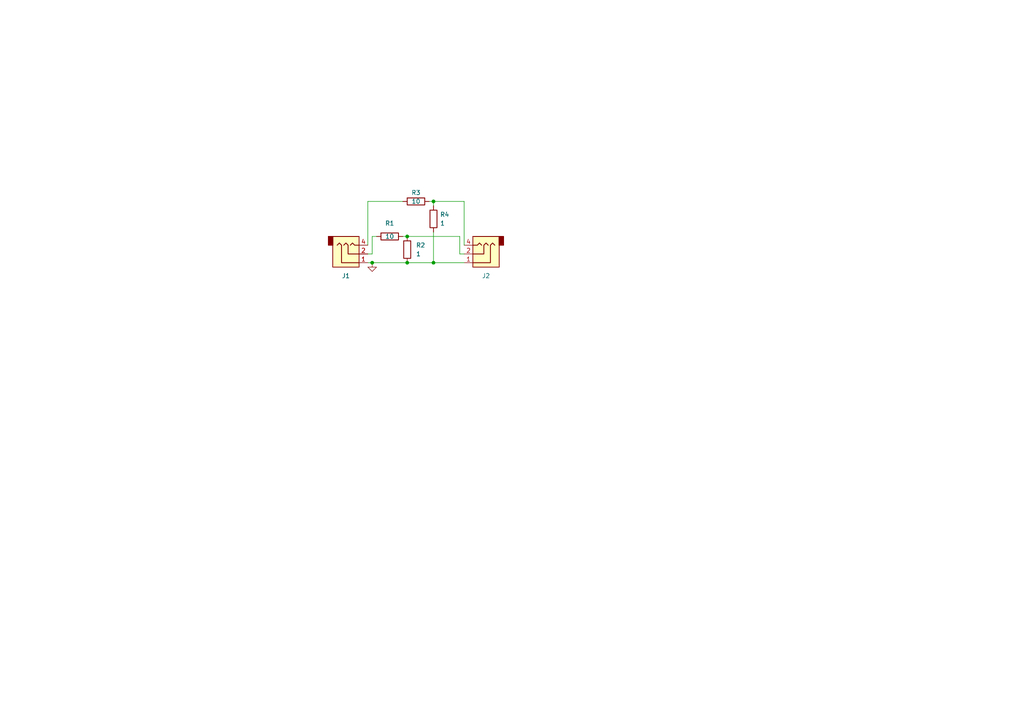
<source format=kicad_sch>
(kicad_sch (version 20230121) (generator eeschema)
  (paper "A4")
  (lib_symbols
    (symbol "Connector_Audio:AudioJack3"
      (property "Reference" "J" (at 0 8.89 0))
      (property "Value" "AudioJack3" (at 0 6.35 0))
      (symbol "AudioJack3_0_1"
        (rectangle (start -5.08 -5.08) (end -6.35 -2.54) (stroke (width 0.254)) (fill (type outline)))
        (rectangle (start -5.08 3.81) (end 2.54 -5.08) (stroke (width 0.254)) (fill (type background)))
        (polyline (pts (xy 0 -2.54) (xy 0.635 -3.175) (xy 1.27 -2.54) (xy 2.54 -2.54)) (stroke (width 0.254)))
        (polyline (pts (xy -1.905 -2.54) (xy -1.27 -3.175) (xy -0.635 -2.54) (xy -0.635 0) (xy 2.54 0)) (stroke (width 0.254)))
        (polyline (pts (xy 2.54 2.54) (xy -2.54 2.54) (xy -2.54 -2.54) (xy -3.175 -3.175) (xy -3.81 -2.54)) (stroke (width 0.254)))
      )
      (symbol "AudioJack3_1_1"
        (pin passive line (at 5.08 2.54 180) (length 2.54) (name "~") (number "1"))
        (pin passive line (at 5.08 0 180) (length 2.54) (name "~") (number "2"))
        (pin passive line (at 5.08 -2.54 180) (length 2.54) (name "~") (number "4"))
      )
    )
    (symbol "Device:R" (pin_numbers hide) (pin_names (offset 0))
      (property "Reference" "R" (at 2.032 0 90))
      (property "Value" "R" (at 0 0 90))
      (symbol "R_0_1"
        (rectangle (start -1.016 -2.54) (end 1.016 2.54) (stroke (width 0.254)))
      )
      (symbol "R_1_1"
        (pin passive line (at 0 3.81 270) (length 1.27) (name "~") (number "1"))
        (pin passive line (at 0 -3.81 90) (length 1.27) (name "~") (number "2"))
      )
    )
    (symbol "power:GND" (power) (pin_names (offset 0))
      (property "Value" "GND" (at 0 -3.81 0))
      (symbol "GND_0_1"
        (polyline (pts (xy 0 0) (xy 0 -1.27) (xy 1.27 -1.27) (xy 0 -2.54) (xy -1.27 -1.27) (xy 0 -1.27)))
      )
      (symbol "GND_1_1"
        (pin power_in line (at 0 0 270) (length 0) hide (name "GND") (number "1"))
      )
    )
  )
  (junction (at 125.73 76.2))
  (junction (at 118.11 68.58))
  (junction (at 118.11 76.2))
  (junction (at 107.95 76.2))
  (junction (at 125.73 58.42))
  (wire (pts (xy 107.95 73.66) (xy 106.68 73.66)))
  (wire (pts (xy 116.84 68.58) (xy 118.11 68.58)))
  (wire (pts (xy 107.95 68.58) (xy 109.22 68.58)))
  (wire (pts (xy 118.11 76.2) (xy 125.73 76.2)))
  (wire (pts (xy 107.95 68.58) (xy 107.95 73.66)))
  (wire (pts (xy 125.73 67.31) (xy 125.73 76.2)))
  (wire (pts (xy 133.35 68.58) (xy 118.11 68.58)))
  (wire (pts (xy 107.95 76.2) (xy 118.11 76.2)))
  (wire (pts (xy 106.68 58.42) (xy 116.84 58.42)))
  (wire (pts (xy 134.62 73.66) (xy 133.35 73.66)))
  (wire (pts (xy 125.73 76.2) (xy 134.62 76.2)))
  (wire (pts (xy 125.73 58.42) (xy 125.73 59.69)))
  (wire (pts (xy 125.73 58.42) (xy 134.62 58.42)))
  (wire (pts (xy 134.62 58.42) (xy 134.62 71.12)))
  (wire (pts (xy 133.35 73.66) (xy 133.35 68.58)))
  (wire (pts (xy 124.46 58.42) (xy 125.73 58.42)))
  (wire (pts (xy 107.95 76.2) (xy 106.68 76.2)))
  (wire (pts (xy 106.68 71.12) (xy 106.68 58.42)))
  (symbol (lib_id "Connector_Audio:AudioJack3") (at 101.6 73.66 0) (mirror x) (unit 1)
    (property "Reference" "J1" (at 100.33 80.01 0))
    (property "Value" "AudioJack3" (effects hide))
    (property "Footprint" "footprints:Kycon  STX-3150-3C-1" (effects hide))
  )
  (symbol (lib_id "Device:R") (at 125.73 63.5 0) (unit 1)
    (property "Reference" "R4" (at 127.635 62.23 0) (effects (justify left)))
    (property "Value" "1" (at 127.635 64.77 0) (effects (justify left)))
    (property "Footprint" "Resistor_THT:R_Axial_DIN0207_L6.3mm_D2.5mm_P10.16mm_Horizontal" (effects hide))
  )
  (symbol (lib_id "power:GND") (at 107.95 76.2 0) (unit 1)
    (property "Reference" "#PWR01" (effects hide))
    (property "Value" "GND" (effects hide))
  )
  (symbol (lib_id "Device:R") (at 120.65 58.42 90) (unit 1)
    (property "Reference" "R3" (at 120.65 55.88 90))
    (property "Value" "10" (at 120.65 58.42 90))
    (property "Footprint" "Resistor_THT:R_Axial_DIN0207_L6.3mm_D2.5mm_P10.16mm_Horizontal" (effects hide))
  )
  (symbol (lib_id "Device:R") (at 113.03 68.58 90) (unit 1)
    (property "Reference" "R1" (at 113.03 64.77 90))
    (property "Value" "10" (at 113.03 68.58 90))
    (property "Footprint" "Resistor_THT:R_Axial_DIN0207_L6.3mm_D2.5mm_P10.16mm_Horizontal" (effects hide))
  )
  (symbol (lib_id "Device:R") (at 118.11 72.39 0) (unit 1)
    (property "Reference" "R2" (at 120.65 71.12 0) (effects (justify left)))
    (property "Value" "1" (at 120.65 73.66 0) (effects (justify left)))
    (property "Footprint" "Resistor_THT:R_Axial_DIN0207_L6.3mm_D2.5mm_P10.16mm_Horizontal" (effects hide))
  )
  (symbol (lib_id "Connector_Audio:AudioJack3") (at 139.7 73.66 180) (unit 1)
    (property "Reference" "J2" (at 140.97 80.01 0))
    (property "Value" "AudioJack3" (effects hide))
    (property "Footprint" "footprints:Kycon  STX-3150-3C-1" (effects hide))
  )
)
</source>
